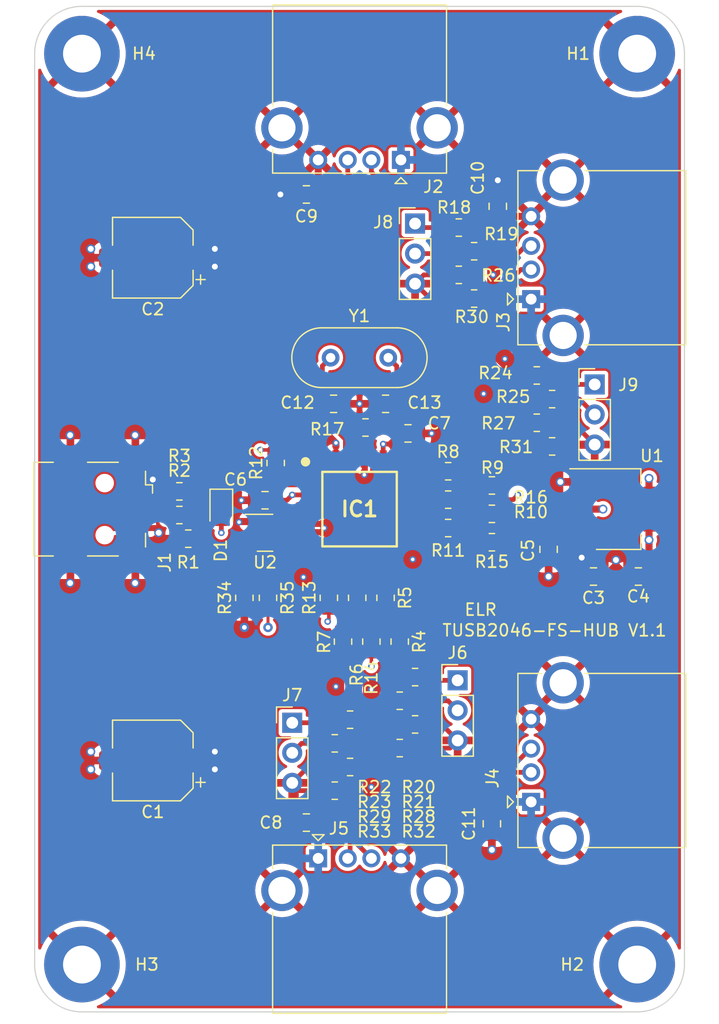
<source format=kicad_pcb>
(kicad_pcb (version 20211014) (generator pcbnew)
  (layers (0 "F.Cu" signal) (1 "In1.Cu" signal) (2 "In2.Cu" signal) (31 "B.Cu" signal) (34 "B.Paste" user) (35 "F.Paste" user) (36 "B.SilkS" user "B.Silkscreen") (37 "F.SilkS" user "F.Silkscreen") (38 "B.Mask" user) (39 "F.Mask" user) (44 "Edge.Cuts" user))
  (net 0 "")
  (net 8 "GND")
  (net 9 "+5V")
  (net 10 "+3V3")
  (net 11 "Net-(D1-Pad1)")
  (net 12 "Net-(J1-Pad3)")
  (net 13 "Net-(J1-Pad2)")
  (net 14 "Net-(J2-Pad3)")
  (net 15 "Net-(J2-Pad2)")
  (net 16 "Net-(J3-Pad3)")
  (net 17 "Net-(J3-Pad2)")
  (net 18 "Net-(J4-Pad3)")
  (net 19 "Net-(IC1-Pad8)")
  (net 20 "Net-(J5-Pad3)")
  (net 21 "Net-(J5-Pad2)")
  (net 22 "/XTAL1")
  (net 23 "Net-(C13-Pad1)")
  (net 24 "/DP0_C")
  (net 25 "/DM0_C")
  (net 26 "Net-(IC1-Pad4)")
  (net 27 "/OC_1")
  (net 28 "/DM1_C")
  (net 29 "/DP1_C")
  (net 30 "/OC_2")
  (net 31 "/DM2_C")
  (net 32 "/DP2_C")
  (net 33 "/OC_3")
  (net 34 "/DM3_C")
  (net 35 "/DP3_C")
  (net 36 "/OC_4")
  (net 37 "/DM4_C")
  (net 38 "/DP4_C")
  (net 39 "/XTAL2")
  (net 40 "Net-(J6-Pad1)")
  (net 41 "Net-(J6-Pad2)")
  (net 42 "Net-(J7-Pad1)")
  (net 43 "Net-(J7-Pad2)")
  (net 44 "Net-(J8-Pad1)")
  (net 45 "Net-(J8-Pad2)")
  (net 46 "Net-(J9-Pad1)")
  (net 47 "Net-(J9-Pad2)")
  (net 48 "Net-(J4-Pad2)")
  (footprint "Connector_USB:USB_A_CONNFLY_DS1095-WNR0" (layer "F.Cu") (at 149 122.0225)
    (fp_text reference "J5")
    (fp_text value "USB_A")
  )
  (footprint "Resistor_SMD:R_0805_2012Metric" (layer "F.Cu") (at 167.5 85.2 180)
    (fp_text reference "R27")
    (fp_text value "15k")
  )
  (footprint "Resistor_SMD:R_0805_2012Metric" (layer "F.Cu") (at 160 89.3)
    (fp_text reference "R8")
    (fp_text value "27")
  )
  (footprint "Resistor_SMD:R_0805_2012Metric" (layer "F.Cu") (at 145.4 88.6 90)
    (fp_text reference "R12")
    (fp_text value "1.5k")
  )
  (footprint "MountingHole:MountingHole_3.2mm_M3_Pad" (layer "F.Cu") (at 176 54)
    (fp_text reference "H1")
    (fp_text value "MountingHole_Pad")
  )
  (footprint "Package_TO_SOT_SMD:SOT-23" (layer "F.Cu") (at 144.5 94.5)
    (fp_text reference "U2")
    (fp_text value "LM809" hide)
  )
  (footprint "Resistor_SMD:R_0805_2012Metric" (layer "F.Cu") (at 142.75 100 90)
    (fp_text reference "R34")
    (fp_text value "0")
  )
  (footprint "Resistor_SMD:R_0805_2012Metric" (layer "F.Cu") (at 138 95)
    (fp_text reference "R1")
    (fp_text value "560" hide)
  )
  (footprint "Capacitor_SMD:C_0805_2012Metric" (layer "F.Cu") (at 168.5 95.9 -90)
    (fp_text reference "C5")
    (fp_text value "0.1u")
  )
  (footprint "Capacitor_SMD:C_0805_2012Metric" (layer "F.Cu") (at 172.3 98.2)
    (fp_text reference "C3")
    (fp_text value "0.1u")
  )
  (footprint "MountingHole:MountingHole_3.2mm_M3_Pad" (layer "F.Cu") (at 129 54)
    (fp_text reference "H4")
    (fp_text value "MountingHole_Pad")
  )
  (footprint "Package_TO_SOT_SMD:SOT-223-3_TabPin2" (layer "F.Cu") (at 174.4 92.5)
    (fp_text reference "U1")
    (fp_text value "AMS1117-3.3")
  )
  (footprint "MountingHole:MountingHole_3.2mm_M3_Pad" (layer "F.Cu") (at 129 131)
    (fp_text reference "H3")
    (fp_text value "MountingHole_Pad")
  )
  (footprint "Capacitor_SMD:C_0805_2012Metric" (layer "F.Cu") (at 163.7 119.1 -90)
    (fp_text reference "C11")
    (fp_text value "0.1u")
  )
  (footprint "Crystal:Crystal_HC49-4H_Vertical" (layer "F.Cu") (at 150.05 79.7)
    (fp_text reference "Y1")
    (fp_text value "6MHz")
  )
  (footprint "Resistor_SMD:R_0805_2012Metric" (layer "F.Cu") (at 162.2 74.7)
    (fp_text reference "R30")
    (fp_text value "15k")
  )
  (footprint "Resistor_SMD:R_0805_2012Metric" (layer "F.Cu") (at 163.7 95.3 180)
    (fp_text reference "R15")
    (fp_text value "10k")
  )
  (footprint "Connector_USB:USB_A_CONNFLY_DS1095-WNR0" (layer "F.Cu") (at 167.0225 117.25 90)
    (fp_text reference "J4")
    (fp_text value "USB_A")
  )
  (footprint "MountingHole:MountingHole_3.2mm_M3_Pad" (layer "F.Cu") (at 176 131)
    (fp_text reference "H2")
    (fp_text value "MountingHole_Pad")
  )
  (footprint "Capacitor_SMD:C_0805_2012Metric" (layer "F.Cu") (at 154.7 83.6 180)
    (fp_text reference "C13")
    (fp_text value "27p")
  )
  (footprint "Resistor_SMD:R_0805_2012Metric" (layer "F.Cu") (at 160 94.1)
    (fp_text reference "R11")
    (fp_text value "27")
  )
  (footprint "Resistor_SMD:R_0805_2012Metric" (layer "F.Cu") (at 150.4 116.3)
    (fp_text reference "R33")
    (fp_text value "15k")
  )
  (footprint "Resistor_SMD:R_0805_2012Metric" (layer "F.Cu") (at 137.25 91)
    (fp_text reference "R3")
    (fp_text value "27" hide)
  )
  (footprint "Resistor_SMD:R_0805_2012Metric" (layer "F.Cu") (at 160.9 68.7 180)
    (fp_text reference "R18")
    (fp_text value "50")
  )
  (footprint "Resistor_SMD:R_0805_2012Metric" (layer "F.Cu") (at 137.25 93)
    (fp_text reference "R2")
    (fp_text value "27" hide)
  )
  (footprint "Resistor_SMD:R_0805_2012Metric" (layer "F.Cu") (at 155.9 112.7 180)
    (fp_text reference "R32")
    (fp_text value "15k")
  )
  (footprint "Connector_PinHeader_2.54mm:PinHeader_1x03_P2.54mm_Vertical" (layer "F.Cu") (at 160.8 106.975)
    (fp_text reference "J6")
    (fp_text value "Conn_01x03")
  )
  (footprint "Connector_USB:USB_A_CONNFLY_DS1095-WNR0" (layer "F.Cu") (at 156 62.9775 180)
    (fp_text reference "J2")
    (fp_text value "USB_A")
  )
  (footprint "Resistor_SMD:R_0805_2012Metric" (layer "F.Cu") (at 163.7 92.9)
    (fp_text reference "R10")
    (fp_text value "27")
  )
  (footprint "Connector_PinHeader_2.54mm:PinHeader_1x03_P2.54mm_Vertical" (layer "F.Cu") (at 146.8 110.56)
    (fp_text reference "J7")
    (fp_text value "Conn_01x03")
  )
  (footprint "Capacitor_SMD:CP_Elec_6.3x5.2" (layer "F.Cu") (at 135 71.25 180)
    (fp_text reference "C2")
    (fp_text value "100u")
  )
  (footprint "Resistor_SMD:R_0805_2012Metric" (layer "F.Cu") (at 154.7 100 -90)
    (fp_text reference "R5")
    (fp_text value "27")
  )
  (footprint "Resistor_SMD:R_0805_2012Metric" (layer "F.Cu") (at 163.7 90.5)
    (fp_text reference "R9")
    (fp_text value "27")
  )
  (footprint "LED_SMD:LED_0805_2012Metric" (layer "F.Cu") (at 140.8 92.5 -90)
    (fp_text reference "D1")
    (fp_text value "ORANGE" hide)
  )
  (footprint "Resistor_SMD:R_0805_2012Metric" (layer "F.Cu") (at 162.2 70.7 180)
    (fp_text reference "R19")
    (fp_text value "50")
  )
  (footprint "Capacitor_SMD:C_0805_2012Metric" (layer "F.Cu") (at 148 65.9)
    (fp_text reference "C9")
    (fp_text value "0.1u")
  )
  (footprint "Capacitor_SMD:C_0805_2012Metric" (layer "F.Cu") (at 156.6 86.1)
    (fp_text reference "C7")
    (fp_text value "0.1u")
  )
  (footprint "Resistor_SMD:R_0805_2012Metric" (layer "F.Cu") (at 152.3 100 -90)
    (fp_text reference "R6")
    (fp_text value "27")
  )
  (footprint "Capacitor_SMD:C_0805_2012Metric" (layer "F.Cu") (at 176.1 98.2 180)
    (fp_text reference "C4")
    (fp_text value "1u")
  )
  (footprint "Capacitor_SMD:C_0805_2012Metric" (layer "F.Cu") (at 150.3 83.6)
    (fp_text reference "C12")
    (fp_text value "27p")
  )
  (footprint "Resistor_SMD:R_0805_2012Metric" (layer "F.Cu") (at 160 91.7 180)
    (fp_text reference "R16")
    (fp_text value "10k")
  )
  (footprint "Resistor_SMD:R_0805_2012Metric" (layer "F.Cu") (at 157.2 110.7 180)
    (fp_text reference "R28")
    (fp_text value "15k")
  )
  (footprint "Resistor_SMD:R_0805_2012Metric" (layer "F.Cu") (at 144.75 100 -90)
    (fp_text reference "R35")
    (fp_text value "0 (DNP)")
  )
  (footprint "Capacitor_SMD:C_0805_2012Metric" (layer "F.Cu") (at 144.5 91.75 180)
    (fp_text reference "C6")
    (fp_text value "0.1u" hide)
  )
  (footprint "Capacitor_SMD:C_0805_2012Metric" (layer "F.Cu") (at 148 119 180)
    (fp_text reference "C8")
    (fp_text value "0.1u")
  )
  (footprint "SamacSys_Parts:QFP80P900X900X160-32N" (layer "F.Cu") (at 152.5 92.5)
    (fp_text reference "IC1")
    (fp_text value "TUSB2046BVFR" hide)
  )
  (footprint "Connector_USB:USB_Mini-B_Wuerth_65100516121_Horizontal" (layer "F.Cu") (at 130.925 92.5 -90)
    (fp_text reference "J1")
    (fp_text value "USB_B_Mini")
  )
  (footprint "Resistor_SMD:R_0805_2012Metric" (layer "F.Cu") (at 168.8 87.2 180)
    (fp_text reference "R31")
    (fp_text value "15k")
  )
  (footprint "Connector_USB:USB_A_CONNFLY_DS1095-WNR0" (layer "F.Cu") (at 167.0225 74.75 90)
    (fp_text reference "J3")
    (fp_text value "USB_A")
  )
  (footprint "Connector_PinHeader_2.54mm:PinHeader_1x03_P2.54mm_Vertical" (layer "F.Cu") (at 172.4 81.96)
    (fp_text reference "J9")
    (fp_text value "Conn_01x03")
  )
  (footprint "Resistor_SMD:R_0805_2012Metric" (layer "F.Cu") (at 168.8 83.2)
    (fp_text reference "R25")
    (fp_text value "50")
  )
  (footprint "Resistor_SMD:R_0805_2012Metric" (layer "F.Cu") (at 151.1 103.7 -90)
    (fp_text reference "R7")
    (fp_text value "27")
  )
  (footprint "Resistor_SMD:R_0805_2012Metric" (layer "F.Cu") (at 153.5 103.7 90)
    (fp_text reference "R14")
    (fp_text value "10k")
  )
  (footprint "Resistor_SMD:R_0805_2012Metric" (layer "F.Cu") (at 151.7 114.3)
    (fp_text reference "R29")
    (fp_text value "15k")
  )
  (footprint "Resistor_SMD:R_0805_2012Metric" (layer "F.Cu") (at 151.7 110.3)
    (fp_text reference "R22")
    (fp_text value "50")
  )
  (footprint "Resistor_SMD:R_0805_2012Metric" (layer "F.Cu") (at 160.9 72.7)
    (fp_text reference "R26")
    (fp_text value "15k")
  )
  (footprint "Capacitor_SMD:CP_Elec_6.3x5.2" (layer "F.Cu") (at 135 113.75 180)
    (fp_text reference "C1")
    (fp_text value "100u")
  )
  (footprint "Capacitor_SMD:C_0805_2012Metric" (layer "F.Cu") (at 164.2 66.9 -90)
    (fp_text reference "C10")
    (fp_text value "0.1u")
  )
  (footprint "Resistor_SMD:R_0805_2012Metric" (layer "F.Cu") (at 155.9 103.7 -90)
    (fp_text reference "R4")
    (fp_text value "27")
  )
  (footprint "Connector_PinHeader_2.54mm:PinHeader_1x03_P2.54mm_Vertical" (layer "F.Cu") (at 157.2 68.36)
    (fp_text reference "J8")
    (fp_text value "Conn_01x03")
  )
  (footprint "Resistor_SMD:R_0805_2012Metric" (layer "F.Cu") (at 149.9 100 90)
    (fp_text reference "R13")
    (fp_text value "10k")
  )
  (footprint "Resistor_SMD:R_0805_2012Metric" (layer "F.Cu") (at 167.5 81.2)
    (fp_text reference "R24")
    (fp_text value "50")
  )
  (footprint "Resistor_SMD:R_0805_2012Metric" (layer "F.Cu") (at 153 85.6 180)
    (fp_text reference "R17")
    (fp_text value "1.5k")
  )
  (footprint "Resistor_SMD:R_0805_2012Metric" (layer "F.Cu") (at 155.9 108.7 180)
    (fp_text reference "R21")
    (fp_text value "50")
  )
  (footprint "Resistor_SMD:R_0805_2012Metric" (layer "F.Cu") (at 150.4 112.3)
    (fp_text reference "R23")
    (fp_text value "50")
  )
  (footprint "Resistor_SMD:R_0805_2012Metric" (layer "F.Cu") (at 157.2 106.7 180)
    (fp_text reference "R20")
    (fp_text value "50")
  )
  (gr_line (start 180 131) (end 180 54) (layer "Edge.Cuts") (width 0.1))
  (gr_arc locked (start 176 50) (mid 178.828427 51.171573) (end 180 54) (layer "Edge.Cuts") (width 0.1))
  (gr_line (start 125 54) (end 125 131) (layer "Edge.Cuts") (width 0.1))
  (gr_line (start 129 135) (end 176 135) (layer "Edge.Cuts") (width 0.1))
  (gr_arc locked (start 125 54) (mid 126.171573 51.171573) (end 129 50) (layer "Edge.Cuts") (width 0.1))
  (gr_arc locked (start 129 135) (mid 126.171573 133.828427) (end 125 131) (layer "Edge.Cuts") (width 0.1))
  (gr_arc locked (start 180 131) (mid 178.828427 133.828427) (end 176 135) (layer "Edge.Cuts") (width 0.1))
  (gr_line (start 176 50) (end 129 50) (layer "Edge.Cuts") (width 0.1))
  (gr_text "TUSB2046-FS-HUB V1.1" (at 169 102.75) (layer "F.SilkS") (effects (font (size 1 1))))
  (gr_text "ELR" (at 162.75 101) (layer "F.SilkS") (effects (font (size 1 1))))
  (segment (start 137.0875 95) (end 136 95) (width 0.4) (layer "F.Cu") (net 8))
  (segment (start 172.24 87.2) (end 172.4 87.04) (width 0.4) (layer "F.Cu") (net 8))
  (segment (start 133.525 86.275) (end 133.5 86.25) (width 0.6) (layer "F.Cu") (net 8))
  (segment (start 159.9875 72.7) (end 157.94 72.7) (width 0.4) (layer "F.Cu") (net 8))
  (segment (start 153.7 89.2) (end 153.3 89.6) (width 0.4) (layer "F.Cu") (net 8))
  (segment (start 158.1125 110.7) (end 159.445 110.7) (width 0.4) (layer "F.Cu") (net 8))
  (segment (start 168.5 96.85) (end 168.5 98.2) (width 0.6) (layer "F.Cu") (net 8))
  (segment (start 135.1 94.1) (end 135.5 94.5) (width 0.4) (layer "F.Cu") (net 8))
  (segment (start 149 62.9775) (end 149 65.85) (width 0.6) (layer "F.Cu") (net 8))
  (segment (start 163.7 120.05) (end 163.7 121.3) (width 0.6) (layer "F.Cu") (net 8))
  (segment (start 174.2 97.25) (end 175.15 98.2) (width 0.6) (layer "F.Cu") (net 8))
  (segment (start 143.55 91.75) (end 142.5 91.75) (width 0.4) (layer "F.Cu") (net 8))
  (segment (start 174.2 97.25) (end 173.25 98.2) (width 0.6) (layer "F.Cu") (net 8))
  (segment (start 158.6 86.1) (end 157.55 86.1) (width 0.4) (layer "F.Cu") (net 8))
  (segment (start 161.2875 74.7) (end 158.46 74.7) (width 0.4) (layer "F.Cu") (net 8))
  (segment (start 170.56 85.2) (end 172.4 87.04) (width 0.4) (layer "F.Cu") (net 8))
  (segment (start 136 95) (end 135.5 94.5) (width 0.4) (layer "F.Cu") (net 8))
  (segment (start 147.05 115.89) (end 146.8 115.64) (width 0.6) (layer "F.Cu") (net 8))
  (segment (start 133.525 94.1) (end 135.1 94.1) (width 0.4) (layer "F.Cu") (net 8))
  (segment (start 128.025 96.9) (end 128.025 98.725) (width 0.6) (layer "F.Cu") (net 8))
  (segment (start 128.025 98.725) (end 128 98.75) (width 0.6) (layer "F.Cu") (net 8))
  (segment (start 147.46 116.3) (end 146.8 115.64) (width 0.4) (layer "F.Cu") (net 8))
  (segment (start 128.025 88.1) (end 128.025 86.275) (width 0.6) (layer "F.Cu") (net 8))
  (segment (start 129.75 113) (end 129.75 113.75) (width 0.6) (layer "F.Cu") (net 8))
  (segment (start 143.5625 93.55) (end 142.35 93.55) (width 0.4) (layer "F.Cu") (net 8))
  (segment (start 171.25 90.2) (end 169.5 90.2) (width 0.6) (layer "F.Cu") (net 8))
  (segment (start 129.75 113.75) (end 129.75 114.5) (width 0.6) (layer "F.Cu") (net 8))
  (segment (start 142.35 93.55) (end 142.3 93.6) (width 0.4) (layer "F.Cu") (net 8))
  (segment (start 142.75 100.9125) (end 142.75 102.5) (width 0.25) (layer "F.Cu") (net 8))
  (segment (start 156.8125 112.7) (end 160.155 112.7) (width 0.4) (layer "F.Cu") (net 8))
  (segment (start 132.2 113.75) (end 129.75 113.75) (width 0.6) (layer "F.Cu") (net 8))
  (segment (start 150.7875 114.3) (end 148.14 114.3) (width 0.4) (layer "F.Cu") (net 8))
  (segment (start 174.2 96.8) (end 174.2 97.25) (width 0.6) (layer "F.Cu") (net 8))
  (segment (start 153.3 89.6) (end 152.9 89.6) (width 0.4) (layer "F.Cu") (net 8))
  (segment (start 153.7 88.262) (end 153.7 89.2) (width 0.4) (layer "F.Cu") (net 8))
  (segment (start 149.1 93.7) (end 149.5 94.1) (width 0.4) (layer "F.Cu") (net 8))
  (segment (start 153.75 83.6) (end 152.5 83.6) (width 0.4) (layer "F.Cu") (net 8))
  (segment (start 149.1 94.5) (end 149.5 94.1) (width 0.4) (layer "F.Cu") (net 8))
  (segment (start 129.75 70.5) (end 129.75 71.25) (width 0.6) (layer "F.Cu") (net 8))
  (segment (start 150.5 88.262) (end 150.5 86.9) (width 0.4) (layer "F.Cu") (net 8))
  (segment (start 133.525 96.9) (end 133.525 98.725) (width 0.6) (layer "F.Cu") (net 8))
  (segment (start 157.94 72.7) (end 157.2 73.44) (width 0.4) (layer "F.Cu") (net 8))
  (segment (start 132.2 71.25) (end 129.75 71.25) (width 0.6) (layer "F.Cu") (net 8))
  (segment (start 167.0225 67.75) (end 164.3 67.75) (width 0.6) (layer "F.Cu") (net 8))
  (segment (start 158.46 74.7) (end 157.2 73.44) (width 0.4) (layer "F.Cu") (net 8))
  (segment (start 133.525 88.1) (end 133.525 86.275) (width 0.6) (layer "F.Cu") (net 8))
  (segment (start 128.025 86.275) (end 128 86.25) (width 0.6) (layer "F.Cu") (net 8))
  (segment (start 152.9 89.6) (end 152.9 88.262) (width 0.4) (layer "F.Cu") (net 8))
  (segment (start 148.262 94.5) (end 149.1 94.5) (width 0.4) (layer "F.Cu") (net 8))
  (segment (start 129.75 71.25) (end 129.75 72) (width 0.6) (layer "F.Cu") (net 8))
  (segment (start 147.05 119) (end 147.05 115.89) (width 0.6) (layer "F.Cu") (net 8))
  (segment (start 159.445 110.7) (end 160.8 112.055) (width 0.4) (layer "F.Cu") (net 8))
  (segment (start 151.25 83.6) (end 152.5 83.6) (width 0.4) (layer "F.Cu") (net 8))
  (segment (start 168.4125 85.2) (end 170.56 85.2) (width 0.4) (layer "F.Cu") (net 8))
  (segment (start 148.14 114.3) (end 146.8 115.64) (width 0.4) (layer "F.Cu") (net 8))
  (segment (start 149 65.85) (end 148.95 65.9) (width 0.6) (layer "F.Cu") (net 8))
  (segment (start 133.525 98.725) (end 133.5 98.75) (width 0.6) (layer "F.Cu") (net 8))
  (segment (start 160.155 112.7) (end 160.8 112.055) (width 0.4) (layer "F.Cu") (net 8))
  (segment (start 164.3 67.75) (end 164.2 67.85) (width 0.6) (layer "F.Cu") (net 8))
  (segment (start 149.4875 116.3) (end 147.46 116.3) (width 0.4) (layer "F.Cu") (net 8))
  (segment (start 148.262 93.7) (end 149.1 93.7) (width 0.4) (layer "F.Cu") (net 8))
  (segment (start 169.7125 87.2) (end 172.24 87.2) (width 0.4) (layer "F.Cu") (net 8))
  (via (at 129.75 114.5) (size 0.76) (drill 0.5) (layers "F.Cu" "B.Cu") (net 8))
  (via (at 174.2 96.8) (size 0.76) (drill 0.5) (layers "F.Cu" "B.Cu") (net 8))
  (via (at 163.8 72.7) (size 0.56) (drill 0.3) (layers "F.Cu" "B.Cu") (net 8))
  (via (at 135.5 94.5) (size 0.76) (drill 0.5) (layers "F.Cu" "B.Cu") (net 8))
  (via (at 142.3 93.6) (size 0.56) (drill 0.3) (layers "F.Cu" "B.Cu") (net 8))
  (via (at 147.75 98.25) (size 0.56) (drill 0.3) (layers "F.Cu" "B.Cu") (net 8))
  (via (at 157 96.75) (size 0.56) (drill 0.3) (layers "F.Cu" "B.Cu") (net 8))
  (via (at 149.5 94.1) (size 0.56) (drill 0.3) (layers "F.Cu" "B.Cu") (net 8))
  (via (at 129.75 113) (size 0.76) (drill 0.5) (layers "F.Cu" "B.Cu") (net 8))
  (via (at 133.5 86.25) (size 0.76) (drill 0.5) (layers "F.Cu" "B.Cu") (net 8))
  (via (at 163.7 121.3) (size 0.76) (drill 0.5) (layers "F.Cu" "B.Cu") (net 8))
  (via (at 153.5 116) (size 0.56) (drill 0.3) (layers "F.Cu" "B.Cu") (net 8))
  (via (at 153.5 107.75) (size 0.56) (drill 0.3) (layers "F.Cu" "B.Cu") (net 8))
  (via (at 152.5 83.6) (size 0.56) (drill 0.3) (layers "F.Cu" "B.Cu") (net 8))
  (via (at 163 82.75) (size 0.56) (drill 0.3) (layers "F.Cu" "B.Cu") (net 8))
  (via (at 142.75 102.5) (size 0.8) (drill 0.4) (layers "F.Cu" "B.Cu") (net 8))
  (via (at 169.5 90.2) (size 0.76) (drill 0.5) (layers "F.Cu" "B.Cu") (net 8))
  (via (at 128 98.75) (size 0.76) (drill 0.5) (layers "F.Cu" "B.Cu") (net 8))
  (via (at 129.75 70.5) (size 0.76) (drill 0.5) (layers "F.Cu" "B.Cu") (net 8))
  (via (at 150.5 107.5) (size 0.56) (drill 0.3) (layers "F.Cu" "B.Cu") (net 8))
  (via (at 128 86.25) (size 0.76) (drill 0.5) (layers "F.Cu" "B.Cu") (net 8))
  (via (at 168.5 98.2) (size 0.76) (drill 0.5) (layers "F.Cu" "B.Cu") (net 8))
  (via (at 158.6 86.1) (size 0.56) (drill 0.3) (layers "F.Cu" "B.Cu") (net 8))
  (via (at 142.5 91.75) (size 0.56) (drill 0.3) (layers "F.Cu" "B.Cu") (net 8))
  (via (at 152.9 89.6) (size 0.56) (drill 0.3) (layers "F.Cu" "B.Cu") (net 8))
  (via (at 150.5 86.9) (size 0.56) (drill 0.3) (layers "F.Cu" "B.Cu") (net 8))
  (via (at 133.5 98.75) (size 0.76) (drill 0.5) (layers "F.Cu" "B.Cu") (net 8))
  (via (at 129.75 72) (size 0.76) (drill 0.5) (layers "F.Cu" "B.Cu") (net 8))
  (via (at 164.8 79.8) (size 0.56) (drill 0.3) (layers "F.Cu" "B.Cu") (net 8))
  (segment (start 149 122.0225) (end 149 119.05) (width 0.6) (layer "F.Cu") (net 9))
  (segment (start 140.25 71.25) (end 140.25 72) (width 0.6) (layer "F.Cu") (net 9))
  (segment (start 171.25 94.8) (end 171.25 96.55) (width 0.6) (layer "F.Cu") (net 9))
  (segment (start 171.35 96.65) (end 171.3 96.6) (width 0.6) (layer "F.Cu") (net 9))
  (segment (start 137.8 113.75) (end 140.25 113.75) (width 0.6) (layer "F.Cu") (net 9))
  (segment (start 140.25 113.75) (end 140.25 114.5) (width 0.6) (layer "F.Cu") (net 9))
  (segment (start 171.25 96.55) (end 171.3 96.6) (width 0.6) (layer "F.Cu") (net 9))
  (segment (start 163.7 118.15) (end 164.6 117.25) (width 0.6) (layer "F.Cu") (net 9))
  (segment (start 171.35 98.2) (end 171.35 96.65) (width 0.6) (layer "F.Cu") (net 9))
  (segment (start 164.6 117.25) (end 167.0225 117.25) (width 0.6) (layer "F.Cu") (net 9))
  (segment (start 149 119.05) (end 148.95 119) (width 0.6) (layer "F.Cu") (net 9))
  (segment (start 164.2 65.95) (end 164.2 64.7) (width 0.6) (layer "F.Cu") (net 9))
  (segment (start 140.25 113) (end 140.25 113.75) (width 0.6) (layer "F.Cu") (net 9))
  (segment (start 140.25 70.5) (end 140.25 71.25) (width 0.6) (layer "F.Cu") (net 9))
  (segment (start 134.1 90.9) (end 135 90) (width 0.4) (layer "F.Cu") (net 9))
  (segment (start 147.05 65.9) (end 145.8 65.9) (width 0.6) (layer "F.Cu") (net 9))
  (segment (start 137.8 71.25) (end 140.25 71.25) (width 0.6) (layer "F.Cu") (net 9))
  (segment (start 133.525 90.9) (end 134.1 90.9) (width 0.4) (layer "F.Cu") (net 9))
  (via (at 164.2 64.7) (size 0.76) (drill 0.5) (layers "F.Cu" "B.Cu") (net 9))
  (via (at 140.25 72) (size 0.76) (drill 0.5) (layers "F.Cu" "B.Cu") (net 9))
  (via (at 140.25 114.5) (size 0.76) (drill 0.5) (layers "F.Cu" "B.Cu") (net 9))
  (via (at 171.3 96.6) (size 0.76) (drill 0.5) (layers "F.Cu" "B.Cu") (net 9))
  (via (at 135 90) (size 0.76) (drill 0.5) (layers "F.Cu" "B.Cu") (net 9))
  (via (at 145.8 65.9) (size 0.76) (drill 0.5) (layers "F.Cu" "B.Cu") (net 9))
  (via (at 140.25 113) (size 0.76) (drill 0.5) (layers "F.Cu" "B.Cu") (net 9))
  (via (at 140.25 70.5) (size 0.76) (drill 0.5) (layers "F.Cu" "B.Cu") (net 9))
  (segment (start 153.5 104.6125) (end 153.5 105.8) (width 0.3) (layer "F.Cu") (net 10))
  (segment (start 165.5 91.7) (end 165.9 91.3) (width 0.4) (layer "F.Cu") (net 10))
  (segment (start 154.5 88.262) (end 154.5 87) (width 0.4) (layer "F.Cu") (net 10))
  (segment (start 154.5 87) (end 155 87) (width 0.4) (layer "F.Cu") (net 10))
  (segment (start 149.9 100.9125) (end 149.9 101.9) (width 0.3) (layer "F.Cu") (net 10))
  (segment (start 148.262 91.3) (end 146.8 91.3) (width 0.4) (layer "F.Cu") (net 10))
  (segment (start 155 87) (end 155.3 87.3) (width 0.4) (layer "F.Cu") (net 10))
  (segment (start 177 95.1) (end 177 93.05) (width 0.6) (layer "F.Cu") (net 10))
  (segment (start 171.25 92.5) (end 173.1 92.5) (width 0.6) (layer "F.Cu") (net 10))
  (segment (start 145.4375 91.7625) (end 145.45 91.75) (width 0.4) (layer "F.Cu") (net 10))
  (segment (start 146.35 91.75) (end 146.8 91.3) (width 0.4) (layer "F.Cu") (net 10))
  (segment (start 177 95.1) (end 177 98.15) (width 0.6) (layer "F.Cu") (net 10))
  (segment (start 144.75 100.9125) (end 144.75 102.5) (width 0.25) (layer "F.Cu") (net 10))
  (segment (start 155.65 86.1) (end 155.65 86.35) (width 0.4) (layer "F.Cu") (net 10))
  (segment (start 145.4375 94.5) (end 145.4375 91.7625) (width 0.4) (layer "F.Cu") (net 10))
  (segment (start 145.45 91.75) (end 146.35 91.75) (width 0.4) (layer "F.Cu") (net 10))
  (segment (start 155.65 86.35) (end 155 87) (width 0.4) (layer "F.Cu") (net 10))
  (segment (start 170 92.5) (end 168.5 94) (width 0.6) (layer "F.Cu") (net 10))
  (segment (start 171.25 92.5) (end 170 92.5) (width 0.6) (layer "F.Cu") (net 10))
  (segment (start 177 91.95) (end 177.55 92.5) (width 0.6) (layer "F.Cu") (net 10))
  (segment (start 160.9125 91.7) (end 165.5 91.7) (width 0.4) (layer "F.Cu") (net 10))
  (segment (start 144.1 87.5) (end 145.2125 87.5) (width 0.3) (layer "F.Cu") (net 10))
  (segment (start 168.5 94) (end 168.5 94.95) (width 0.6) (layer "F.Cu") (net 10))
  (segment (start 140.8 93.4375) (end 140.8 94.5) (width 0.4) (layer "F.Cu") (net 10))
  (segment (start 145.2125 87.5) (end 145.4 87.6875) (width 0.3) (layer "F.Cu") (net 10))
  (segment (start 168.15 95.3) (end 168.5 94.95) (width 0.4) (layer "F.Cu") (net 10))
  (segment (start 155.3 87.3) (end 155.3 88.262) (width 0.4) (layer "F.Cu") (net 10))
  (segment (start 164.6125 95.3) (end 168.15 95.3) (width 0.4) (layer "F.Cu") (net 10))
  (segment (start 177 98.15) (end 177.05 98.2) (width 0.6) (layer "F.Cu") (net 10))
  (segment (start 177 93.05) (end 177.55 92.5) (width 0.6) (layer "F.Cu") (net 10))
  (segment (start 149.9 101.9) (end 149.8 102) (width 0.3) (layer "F.Cu") (net 10))
  (segment (start 177 89.9) (end 177 91.95) (width 0.6) (layer "F.Cu") (net 10))
  (via (at 146.8 91.3) (size 0.56) (drill 0.3) (layers "F.Cu" "B.Cu") (net 10))
  (via (at 177 95.1) (size 0.76) (drill 0.5) (layers "F.Cu" "B.Cu") (net 10))
  (via (at 173.1 92.5) (size 0.76) (drill 0.5) (layers "F.Cu" "B.Cu") (net 10))
  (via (at 153.5 105.8) (size 0.56) (drill 0.3) (layers "F.Cu" "B.Cu") (net 10))
  (via (at 165.9 91.3) (size 0.56) (drill 0.3) (layers "F.Cu" "B.Cu") (net 10))
  (via (at 144.1 87.5) (size 0.56) (drill 0.3) (layers "F.Cu" "B.Cu") (net 10))
  (via (at 149.8 102) (size 0.56) (drill 0.3) (layers "F.Cu" "B.Cu") (net 10))
  (via (at 140.8 94.5) (size 0.56) (drill 0.3) (layers "F.Cu" "B.Cu") (net 10))
  (via (at 154.5 87) (size 0.56) (drill 0.3) (layers "F.Cu" "B.Cu") (net 10))
  (via (at 177 89.9) (size 0.76) (drill 0.5) (layers "F.Cu" "B.Cu") (net 10))
  (via (at 144.75 102.5) (size 0.8) (drill 0.4) (layers "F.Cu" "B.Cu") (net 10))
  (segment (start 139.4 92) (end 139.4 94.5125) (width 0.4) (layer "F.Cu") (net 11))
  (segment (start 140.8 91.5625) (end 139.8375 91.5625) (width 0.4) (layer "F.Cu") (net 11))
  (segment (start 139.4 94.5125) (end 138.9125 95) (width 0.4) (layer "F.Cu") (net 11))
  (segment (start 139.8375 91.5625) (end 139.4 92) (width 0.4) (layer "F.Cu") (net 11))
  (segment (start 135.8375 92.5) (end 136.3375 93) (width 0.4) (layer "F.Cu") (net 12))
  (segment (start 133.525 92.5) (end 135.8375 92.5) (width 0.4) (layer "F.Cu") (net 12))
  (segment (start 133.525 91.7) (end 135.6375 91.7) (width 0.4) (layer "F.Cu") (net 13))
  (segment (start 135.6375 91.7) (end 136.3375 91) (width 0.4) (layer "F.Cu") (net 13))
  (segment (start 152.89952 65.49952) (end 151.5 64.1) (width 0.4) (layer "F.Cu") (net 14))
  (segment (start 161.8125 72.7) (end 162.2 72.7) (width 0.3) (layer "F.Cu") (net 14))
  (segment (start 162.2 68.7) (end 162.2 67.5) (width 0.4) (layer "F.Cu") (net 14))
  (segment (start 164.6 82.14785) (end 162.2 79.74785) (width 0.4) (layer "F.Cu") (net 14))
  (segment (start 161.8125 68.7) (end 162.2 68.7) (width 0.3) (layer "F.Cu") (net 14))
  (segment (start 160.19952 65.49952) (end 152.89952 65.49952) (width 0.4) (layer "F.Cu") (net 14))
  (segment (start 162.2 67.5) (end 160.19952 65.49952) (width 0.4) (layer "F.Cu") (net 14))
  (segment (start 163.9 89.3) (end 164.6 88.6) (width 0.4) (layer "F.Cu") (net 14))
  (segment (start 160.9125 89.3) (end 163.9 89.3) (width 0.4) (layer "F.Cu") (net 14))
  (segment (start 162.2 72.7) (end 162.2 68.7) (width 0.4) (layer "F.Cu") (net 14))
  (segment (start 151.5 64.1) (end 151.5 62.9775) (width 0.4) (layer "F.Cu") (net 14))
  (segment (start 164.6 88.6) (end 164.6 82.14785) (width 0.4) (layer "F.Cu") (net 14))
  (segment (start 162.2 79.74785) (end 162.2 72.7) (width 0.4) (layer "F.Cu") (net 14))
  (segment (start 153.5 64) (end 153.5 62.9775) (width 0.4) (layer "F.Cu") (net 15))
  (segment (start 154.4 64.9) (end 153.5 64) (width 0.4) (layer "F.Cu") (net 15))
  (segment (start 162.8 74.7) (end 162.79952 74.69952) (width 0.3) (layer "F.Cu") (net 15))
  (segment (start 162.8 70.7) (end 162.79952 70.69952) (width 0.3) (layer "F.Cu") (net 15))
  (segment (start 163.1125 70.7) (end 162.8 70.7) (width 0.3) (layer "F.Cu") (net 15))
  (segment (start 162.79952 74.69952) (end 162.79952 70.69952) (width 0.4) (layer "F.Cu") (net 15))
  (segment (start 162.79952 67.251671) (end 160.44785 64.9) (width 0.4) (layer "F.Cu") (net 15))
  (segment (start 164.6125 90.5) (end 164.6125 90.2875) (width 0.4) (layer "F.Cu") (net 15))
  (segment (start 162.79952 79.49952) (end 162.79952 74.69952) (width 0.4) (layer "F.Cu") (net 15))
  (segment (start 165.3 89.6) (end 165.3 82) (width 0.4) (layer "F.Cu") (net 15))
  (segment (start 160.44785 64.9) (end 154.4 64.9) (width 0.4) (layer "F.Cu") (net 15))
  (segment (start 162.79952 70.69952) (end 162.79952 67.251671) (width 0.4) (layer "F.Cu") (net 15))
  (segment (start 165.3 82) (end 162.79952 79.49952) (width 0.4) (layer "F.Cu") (net 15))
  (segment (start 164.6125 90.2875) (end 165.3 89.6) (width 0.4) (layer "F.Cu") (net 15))
  (segment (start 163.1125 74.7) (end 162.8 74.7) (width 0.3) (layer "F.Cu") (net 15))
  (segment (start 166.9 85.2) (end 166.90048 85.20048) (width 0.3) (layer "F.Cu") (net 16))
  (segment (start 164.90048 71.89952) (end 164.90048 78.10048) (width 0.4) (layer "F.Cu") (net 16))
  (segment (start 166.5875 85.2) (end 166.9 85.2) (width 0.3) (layer "F.Cu") (net 16))
  (segment (start 165.8 92.9) (end 164.6125 92.9) (width 0.4) (layer "F.Cu") (net 16))
  (segment (start 166.90048 85.20048) (end 166.90048 91.79952) (width 0.4) (layer "F.Cu") (net 16))
  (segment (start 166.90048 81.20048) (end 166.90048 85.20048) (width 0.4) (layer "F.Cu") (net 16))
  (segment (start 166.55 70.25) (end 164.90048 71.89952) (width 0.4) (layer "F.Cu") (net 16))
  (segment (start 166.90048 80.10048) (end 166.90048 81.20048) (width 0.4) (layer "F.Cu") (net 16))
  (segment (start 167.0225 70.25) (end 166.55 70.25) (width 0.4) (layer "F.Cu") (net 16))
  (segment (start 164.90048 78.10048) (end 166.90048 80.10048) (width 0.4) (layer "F.Cu") (net 16))
  (segment (start 166.90048 91.79952) (end 165.8 92.9) (width 0.4) (layer "F.Cu") (net 16))
  (segment (start 166.5875 81.2) (end 166.9 81.2) (width 0.3) (layer "F.Cu") (net 16))
  (segment (start 166.9 81.2) (end 166.90048 81.20048) (width 0.3) (layer "F.Cu") (net 16))
  (segment (start 165.5 72.9) (end 165.5 77.8) (width 0.4) (layer "F.Cu") (net 17))
  (segment (start 165.44785 94.1) (end 160.9125 94.1) (width 0.4) (layer "F.Cu") (net 17))
  (segment (start 167.8875 87.2) (end 167.5 87.2) (width 0.3) (layer "F.Cu") (net 17))
  (segment (start 167.5 83.2) (end 167.5 87.2) (width 0.4) (layer "F.Cu") (net 17))
  (segment (start 167.8875 83.2) (end 167.5 83.2) (width 0.3) (layer "F.Cu") (net 17))
  (segment (start 167.5 92.04785) (end 165.44785 94.1) (width 0.4) (layer "F.Cu") (net 17))
  (segment (start 165.5 77.8) (end 167.5 79.8) (width 0.4) (layer "F.Cu") (net 17))
  (segment (start 167.0225 72.25) (end 166.15 72.25) (width 0.4) (layer "F.Cu") (net 17))
  (segment (start 166.15 72.25) (end 165.5 72.9) (width 0.4) (layer "F.Cu") (net 17))
  (segment (start 167.5 79.8) (end 167.5 83.2) (width 0.4) (layer "F.Cu") (net 17))
  (segment (start 167.5 87.2) (end 167.5 92.04785) (width 0.4) (layer "F.Cu") (net 17))
  (segment (start 163.45215 115.3) (end 164.601671 114.15048) (width 0.4) (layer "F.Cu") (net 18))
  (segment (start 155.9 104.6125) (end 155.9 114.1) (width 0.4) (layer "F.Cu") (net 18))
  (segment (start 164.601671 114.15048) (end 165.54952 114.15048) (width 0.4) (layer "F.Cu") (net 18))
  (segment (start 155.9 114.1) (end 157.1 115.3) (width 0.4) (layer "F.Cu") (net 18))
  (segment (start 166.95 112.75) (end 167.0225 112.75) (width 0.4) (layer "F.Cu") (net 18))
  (segment (start 165.54952 114.15048) (end 166.95 112.75) (width 0.4) (layer "F.Cu") (net 18))
  (segment (start 157.1 115.3) (end 163.45215 115.3) (width 0.4) (layer "F.Cu") (net 18))
  (segment (start 144.75 99.0875) (end 144.75 98.812) (width 0.25) (layer "F.Cu") (net 19))
  (segment (start 142.75 99.0875) (end 144.75 99.0875) (width 0.25) (layer "F.Cu") (net 19))
  (segment (start 144.75 98.812) (end 148.262 95.3) (width 0.25) (layer "F.Cu") (net 19))
  (segment (start 152.3 110.3) (end 152.3 114.3) (width 0.4) (layer "F.Cu") (net 20))
  (segment (start 152.6125 110.3) (end 152.3 110.3) (width 0.3) (layer "F.Cu") (net 20))
  (segment (start 152.3 114.3) (end 152.3 120.8225) (width 0.4) (layer "F.Cu") (net 20))
  (segment (start 152.6125 114.3) (end 152.3 114.3) (width 0.3) (layer "F.Cu") (net 20))
  (segment (start 152.3 120.8225) (end 153.5 122.0225) (width 0.4) (layer "F.Cu") (net 20))
  (segment (start 152.3 100.9125) (end 152.3 110.3) (width 0.4) (layer "F.Cu") (net 20))
  (segment (start 151.1 104.6125) (end 151.70048 105.21298) (width 0.4) (layer "F.Cu") (net 21))
  (segment (start 151.70048 105.21298) (end 151.70048 112.29952) (width 0.4) (layer "F.Cu") (net 21))
  (segment (start 151.70048 116.29952) (end 151.70048 121.82202) (width 0.4) (layer "F.Cu") (net 21))
  (segment (start 151.70048 121.82202) (end 151.5 122.0225) (width 0.4) (layer "F.Cu") (net 21))
  (segment (start 151.7 116.3) (end 151.70048 116.29952) (width 0.3) (layer "F.Cu") (net 21))
  (segment (start 151.70048 112.29952) (end 151.70048 116.29952) (width 0.4) (layer "F.Cu") (net 21))
  (segment (start 151.7 112.3) (end 151.70048 112.29952) (width 0.3) (layer "F.Cu") (net 21))
  (segment (start 151.3125 116.3) (end 151.7 116.3) (width 0.3) (layer "F.Cu") (net 21))
  (segment (start 151.3125 112.3) (end 151.7 112.3) (width 0.3) (layer "F.Cu") (net 21))
  (segment (start 149.5 83.75) (end 149.35 83.6) (width 0.4) (layer "F.Cu") (net 22))
  (segment (start 151.3 88.262) (end 151.3 86.6) (width 0.4) (layer "F.Cu") (net 22))
  (segment (start 149.35 83.6) (end 149.35 80.4) (width 0.4) (layer "F.Cu") (net 22))
  (segment (start 149.35 80.4) (end 150.05 79.7) (width 0.4) (layer "F.Cu") (net 22))
  (segment (start 149.5 84.8) (end 149.5 83.75) (width 0.4) (layer "F.Cu") (net 22))
  (segment (start 151.3 86.6) (end 149.5 84.8) (width 0.4) (layer "F.Cu") (net 22))
  (segment (start 153.9125 85.3375) (end 155.65 83.6) (width 0.4) (layer "F.Cu") (net 23))
  (segment (start 155.65 83.6) (end 155.65 80.42) (width 0.4) (layer "F.Cu") (net 23))
  (segment (start 155.65 80.42) (end 154.93 79.7) (width 0.4) (layer "F.Cu") (net 23))
  (segment (start 153.9125 85.6) (end 153.9125 85.3375) (width 0.4) (layer "F.Cu") (net 23))
  (segment (start 137.30048 90.19952) (end 137.8 89.7) (width 0.3) (layer "F.Cu") (net 24))
  (segment (start 138.1625 93) (end 137.30048 92.13798) (width 0.3) (layer "F.Cu") (net 24))
  (segment (start 137.30048 92.13798) (end 137.30048 90.19952) (width 0.3) (layer "F.Cu") (net 24))
  (segment (start 145.4 89.7) (end 148.262 89.7) (width 0.3) (layer "F.Cu") (net 24))
  (segment (start 145.4 89.5125) (end 145.4 89.7) (width 0.3) (layer "F.Cu") (net 24))
  (segment (start 137.8 89.7) (end 145.4 89.7) (width 0.3) (layer "F.Cu") (net 24))
  (segment (start 138.6625 90.5) (end 138.1625 91) (width 0.3) (layer "F.Cu") (net 25))
  (segment (start 148.262 90.5) (end 138.6625 90.5) (width 0.3) (layer "F.Cu") (net 25))
  (segment (start 147.3 92.1) (end 148.262 92.1) (width 0.4) (layer "F.Cu") (net 26))
  (segment (start 143.5625 95.45) (end 146.45 95.45) (width 0.4) (layer "F.Cu") (net 26))
  (segment (start 146.8 92.6) (end 147.3 92.1) (width 0.4) (layer "F.Cu") (net 26))
  (segment (start 146.45 95.45) (end 146.8 95.1) (width 0.4) (layer "F.Cu") (net 26))
  (segment (start 146.8 95.1) (end 146.8 92.6) (width 0.4) (layer "F.Cu") (net 26))
  (segment (start 150.5 96.738) (end 150.5 98.4875) (width 0.4) (layer "F.Cu") (net 27))
  (segment (start 150.5 98.4875) (end 149.9 99.0875) (width 0.4) (layer "F.Cu") (net 27))
  (segment (start 151.3 98.29952) (end 151.1 98.49952) (width 0.4) (layer "F.Cu") (net 28))
  (segment (start 151.3 96.738) (end 151.3 98.29952) (width 0.4) (layer "F.Cu") (net 28))
  (segment (start 151.1 98.49952) (end 151.1 102.7875) (width 0.4) (layer "F.Cu") (net 28))
  (segment (start 152.1 98.8875) (end 152.3 99.0875) (width 0.4) (layer "F.Cu") (net 29))
  (segment (start 152.1 96.738) (end 152.1 98.8875) (width 0.4) (layer "F.Cu") (net 29))
  (segment (start 153.5 98.59952) (end 153.5 102.7875) (width 0.4) (layer "F.Cu") (net 30))
  (segment (start 153.7 98.39952) (end 153.5 98.59952) (width 0.4) (layer "F.Cu") (net 30))
  (segment (start 153.7 96.738) (end 153.7 98.39952) (width 0.4) (layer "F.Cu") (net 30))
  (segment (start 154.5 96.738) (end 154.5 98.8875) (width 0.4) (layer "F.Cu") (net 31))
  (segment (start 154.5 98.8875) (end 154.7 99.0875) (width 0.4) (layer "F.Cu") (net 31))
  (segment (start 155.3 96.738) (end 155.79952 97.23752) (width 0.4) (layer "F.Cu") (net 32))
  (segment (start 155.79952 97.23752) (end 155.79952 102.68702) (width 0.4) (layer "F.Cu") (net 32))
  (segment (start 155.79952 102.68702) (end 155.9 102.7875) (width 0.4) (layer "F.Cu") (net 32))
  (segment (start 158.574522 95.3) (end 162.7875 95.3) (width 0.4) (layer "F.Cu") (net 33))
  (segment (start 157.774522 94.5) (end 158.574522 95.3) (width 0.4) (layer "F.Cu") (net 33))
  (segment (start 156.738 94.5) (end 157.774522 94.5) (width 0.4) (layer "F.Cu") (net 33))
  (segment (start 158.6875 93.7) (end 159.0875 94.1) (width 0.4) (layer "F.Cu") (net 34))
  (segment (start 156.738 93.7) (end 158.6875 93.7) (width 0.4) (layer "F.Cu") (net 34))
  (segment (start 156.738 92.9) (end 162.7875 92.9) (width 0.4) (layer "F.Cu") (net 35))
  (segment (start 158.6875 91.3) (end 159.0875 91.7) (width 0.4) (layer "F.Cu") (net 36))
  (segment (start 156.738 91.3) (end 158.6875 91.3) (width 0.4) (layer "F.Cu") (net 36))
  (segment (start 156.738 90.5) (end 162.7875 90.5) (width 0.4) (layer "F.Cu") (net 37))
  (segment (start 156.738 89.7) (end 158.6875 89.7) (width 0.4) (layer "F.Cu") (net 38))
  (segment (start 158.6875 89.7) (end 159.0875 89.3) (width 0.4) (layer "F.Cu") (net 38))
  (segment (start 152.1 88.262) (end 152.1 85.6125) (width 0.4) (layer "F.Cu") (net 39))
  (segment (start 152.1 85.6125) (end 152.0875 85.6) (width 0.4) (layer "F.Cu") (net 39))
  (segment (start 160.8 106.975) (end 158.3875 106.975) (width 0.4) (layer "F.Cu") (net 40))
  (segment (start 158.3875 106.975) (end 158.1125 106.7) (width 0.4) (layer "F.Cu") (net 40))
  (segment (start 156.8125 108.7) (end 159.985 108.7) (width 0.4) (layer "F.Cu") (net 41))
  (segment (start 159.985 108.7) (end 160.8 109.515) (width 0.4) (layer "F.Cu") (net 41))
  (segment (start 150.5275 110.56) (end 146.8 110.56) (width 0.4) (layer "F.Cu") (net 42))
  (segment (start 150.7875 110.3) (end 150.5275 110.56) (width 0.4) (layer "F.Cu") (net 42))
  (segment (start 147.6 112.3) (end 146.8 113.1) (width 0.4) (layer "F.Cu") (net 43))
  (segment (start 149.4875 112.3) (end 147.6 112.3) (width 0.4) (layer "F.Cu") (net 43))
  (segment (start 159.9875 68.7) (end 157.54 68.7) (width 0.4) (layer "F.Cu") (net 44))
  (segment (start 157.54 68.7) (end 157.2 68.36) (width 0.4) (layer "F.Cu") (net 44))
  (segment (start 161.0875 70.9) (end 157.2 70.9) (width 0.4) (layer "F.Cu") (net 45))
  (segment (start 161.2875 70.7) (end 161.0875 70.9) (width 0.4) (layer "F.Cu") (net 45))
  (segment (start 169.1725 81.96) (end 172.4 81.96) (width 0.4) (layer "F.Cu") (net 46))
  (segment (start 168.4125 81.2) (end 169.1725 81.96) (width 0.4) (layer "F.Cu") (net 46))
  (segment (start 171.1 83.2) (end 172.4 84.5) (width 0.4) (layer "F.Cu") (net 47))
  (segment (start 169.7125 83.2) (end 171.1 83.2) (width 0.4) (layer "F.Cu") (net 47))
  (segment (start 163.700479 115.89952) (end 164.85 114.75) (width 0.4) (layer "F.Cu") (net 48))
  (segment (start 164.85 114.75) (end 167.0225 114.75) (width 0.4) (layer "F.Cu") (net 48))
  (segment (start 155.30048 105.644039) (end 155.3 105.644519) (width 0.4) (layer "F.Cu") (net 48))
  (segment (start 154.7 105.043559) (end 155.30048 105.644039) (width 0.4) (layer "F.Cu") (net 48))
  (segment (start 155.3 114.5) (end 156.69952 115.89952) (width 0.4) (layer "F.Cu") (net 48))
  (segment (start 156.69952 115.89952) (end 163.700479 115.89952) (width 0.4) (layer "F.Cu") (net 48))
  (segment (start 155.3 105.644519) (end 155.3 114.5) (width 0.4) (layer "F.Cu") (net 48))
  (segment (start 154.7 100.9125) (end 154.7 105.043559) (width 0.4) (layer "F.Cu") (net 48))
  (zone (net 8) (net_name "GND") (layer "F.Cu") (connect_pads (clearance 0.3)) (min_thickness 0.254) (fill yes (thermal_gap 0.508) (thermal_bridge_width 0.65))
    (polygon (pts (xy 180 135) (xy 125 135) (xy 125 50) (xy 180 50)))
  )
  (zone (net 9) (net_name "+5V") (layer "B.Cu") (connect_pads (clearance 0.508)) (min_thickness 0.254) (fill yes (thermal_gap 0.508) (thermal_bridge_width 0.65))
    (polygon (pts (xy 180 135) (xy 125 135) (xy 125 50) (xy 180 50)))
  )
)
</source>
